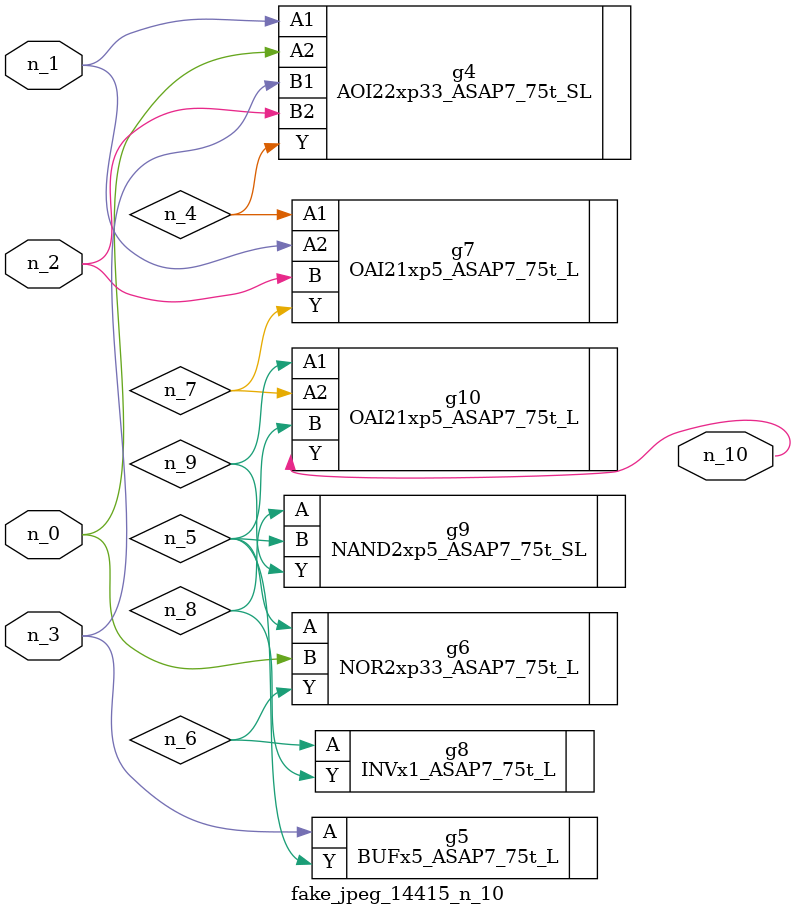
<source format=v>
module fake_jpeg_14415_n_10 (n_0, n_3, n_2, n_1, n_10);

input n_0;
input n_3;
input n_2;
input n_1;

output n_10;

wire n_4;
wire n_8;
wire n_9;
wire n_6;
wire n_5;
wire n_7;

AOI22xp33_ASAP7_75t_SL g4 ( 
.A1(n_1),
.A2(n_0),
.B1(n_3),
.B2(n_2),
.Y(n_4)
);

BUFx5_ASAP7_75t_L g5 ( 
.A(n_3),
.Y(n_5)
);

NOR2xp33_ASAP7_75t_L g6 ( 
.A(n_5),
.B(n_0),
.Y(n_6)
);

INVx1_ASAP7_75t_L g8 ( 
.A(n_6),
.Y(n_8)
);

OAI21xp5_ASAP7_75t_L g7 ( 
.A1(n_4),
.A2(n_1),
.B(n_2),
.Y(n_7)
);

NAND2xp5_ASAP7_75t_SL g9 ( 
.A(n_8),
.B(n_5),
.Y(n_9)
);

OAI21xp5_ASAP7_75t_L g10 ( 
.A1(n_9),
.A2(n_7),
.B(n_5),
.Y(n_10)
);


endmodule
</source>
